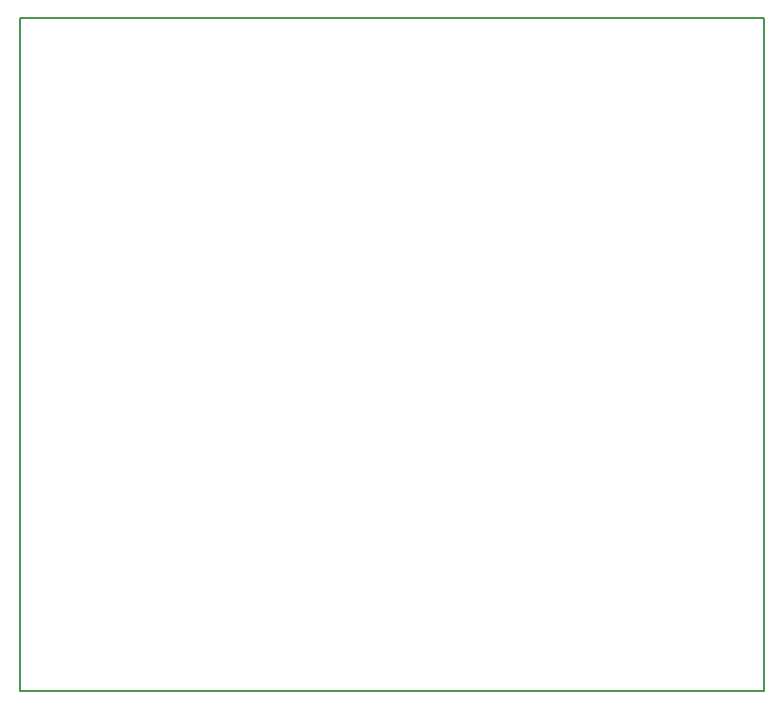
<source format=gm1>
G04 #@! TF.GenerationSoftware,KiCad,Pcbnew,(5.0.2)-1*
G04 #@! TF.CreationDate,2019-03-08T12:48:48+01:00*
G04 #@! TF.ProjectId,ECG_final,4543475f-6669-46e6-916c-2e6b69636164,rev?*
G04 #@! TF.SameCoordinates,Original*
G04 #@! TF.FileFunction,Profile,NP*
%FSLAX46Y46*%
G04 Gerber Fmt 4.6, Leading zero omitted, Abs format (unit mm)*
G04 Created by KiCad (PCBNEW (5.0.2)-1) date 08/03/2019 12:48:48*
%MOMM*%
%LPD*%
G01*
G04 APERTURE LIST*
%ADD10C,0.150000*%
G04 APERTURE END LIST*
D10*
X110000000Y-98000000D02*
X173000000Y-98000000D01*
X110000000Y-41000000D02*
X110000000Y-98000000D01*
X173000000Y-41000000D02*
X110000000Y-41000000D01*
X173000000Y-98000000D02*
X173000000Y-41000000D01*
M02*

</source>
